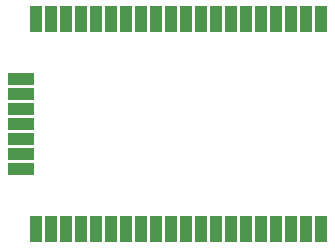
<source format=gtp>
G75*
%MOIN*%
%OFA0B0*%
%FSLAX25Y25*%
%IPPOS*%
%LPD*%
%AMOC8*
5,1,8,0,0,1.08239X$1,22.5*
%
%ADD10R,0.04000X0.08858*%
%ADD11R,0.08858X0.04000*%
D10*
X0040281Y0118099D03*
X0045281Y0118099D03*
X0050281Y0118099D03*
X0055281Y0118099D03*
X0060281Y0118099D03*
X0065281Y0118099D03*
X0070281Y0118099D03*
X0075281Y0118099D03*
X0080281Y0118099D03*
X0085281Y0118099D03*
X0090281Y0118099D03*
X0095281Y0118099D03*
X0100281Y0118099D03*
X0105281Y0118099D03*
X0110281Y0118099D03*
X0115281Y0118099D03*
X0120281Y0118099D03*
X0125281Y0118099D03*
X0130281Y0118099D03*
X0135281Y0118099D03*
X0135281Y0188099D03*
X0130281Y0188099D03*
X0125281Y0188099D03*
X0120281Y0188099D03*
X0115281Y0188099D03*
X0110281Y0188099D03*
X0105281Y0188099D03*
X0100281Y0188099D03*
X0095281Y0188099D03*
X0090281Y0188099D03*
X0085281Y0188099D03*
X0080281Y0188099D03*
X0075281Y0188099D03*
X0070281Y0188099D03*
X0065281Y0188099D03*
X0060281Y0188099D03*
X0055281Y0188099D03*
X0050281Y0188099D03*
X0045281Y0188099D03*
X0040281Y0188099D03*
D11*
X0035281Y0168099D03*
X0035281Y0163099D03*
X0035281Y0158099D03*
X0035281Y0153099D03*
X0035281Y0148099D03*
X0035281Y0143099D03*
X0035281Y0138099D03*
M02*

</source>
